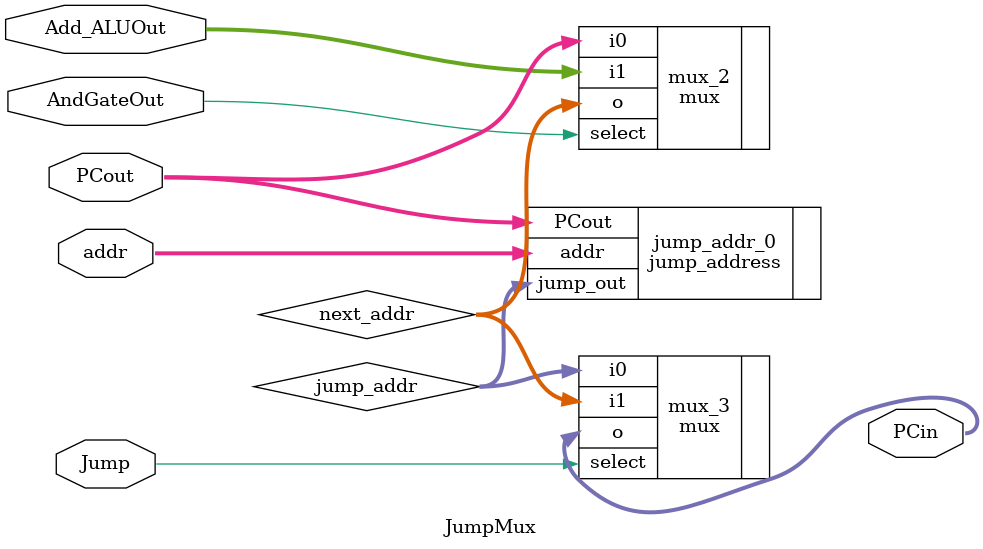
<source format=v>
`timescale 1ns / 1ps


module JumpMux (
    input [25:0] addr,        // Address part for the jump (from instruction)
    input [31:0] PCout,       // Current program counter value
    input [31:0] Add_ALUOut,  // ALU output for branch target address
    input AndGateOut,         // Result of the AND gate for branch decision
    input Jump,               // Jump control signal
    output wire [31:0] PCin   // Program counter input for next cycle
);

    wire [31:0] jump_addr;    // Jump address output
    wire [31:0] next_addr;    // Next address after mux selection

    // Instantiate jump address module
    jump_address jump_addr_0 (
        .addr(addr),           // Address from instruction
        .PCout(PCout),         // Upper 4 bits of the program counter
        .jump_out(jump_addr)   // Output jump address
    );

    // Instantiate first mux (mux_2) for branch or normal next address
    mux #(32) mux_2 (
        .i0(PCout),            // If branch, use PCout
        .i1(Add_ALUOut),       // If branch, use ALU output
        .select(AndGateOut),   // Branch decision based on AND gate output
        .o(next_addr)          // Mux output (next address)
    );

    // Instantiate second mux (mux_3) for jump or branch/normal address
    mux #(32) mux_3 (
        .i0(jump_addr),        // Jump address from jump_address module
        .i1(next_addr),        // Branch or normal address from previous mux
        .select(Jump),         // Jump signal to decide mux selection
        .o(PCin)               // Final program counter input
    );

endmodule


</source>
